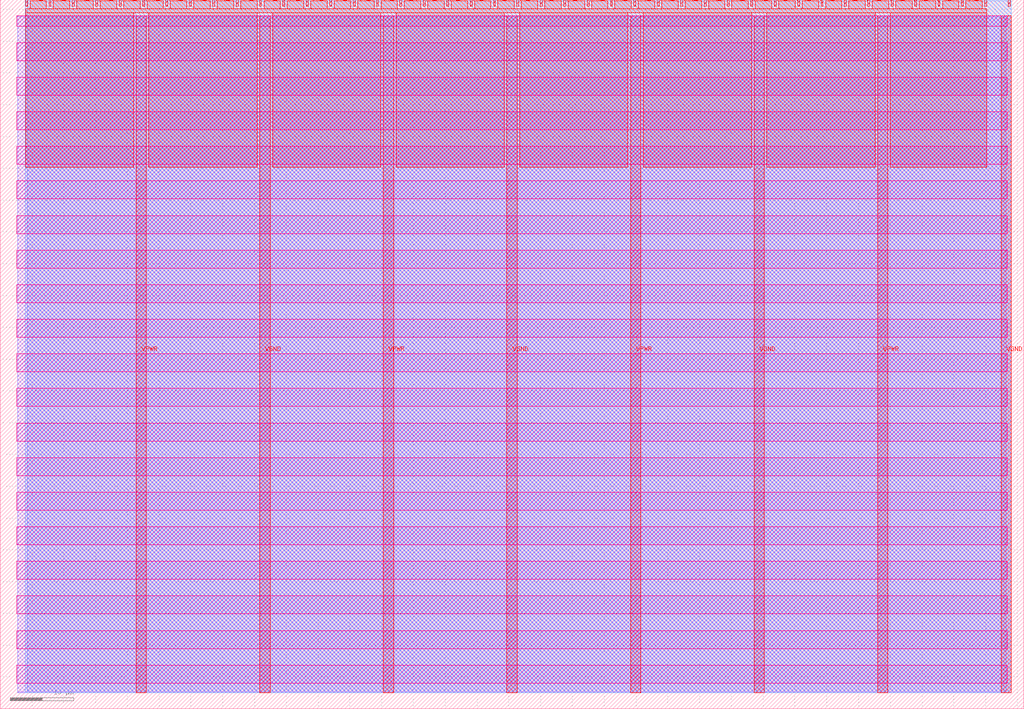
<source format=lef>
VERSION 5.7 ;
  NOWIREEXTENSIONATPIN ON ;
  DIVIDERCHAR "/" ;
  BUSBITCHARS "[]" ;
MACRO tt_um_tommythorn_4b_cpu_v2
  CLASS BLOCK ;
  FOREIGN tt_um_tommythorn_4b_cpu_v2 ;
  ORIGIN 0.000 0.000 ;
  SIZE 161.000 BY 111.520 ;
  PIN VGND
    DIRECTION INOUT ;
    USE GROUND ;
    PORT
      LAYER met4 ;
        RECT 40.830 2.480 42.430 109.040 ;
    END
    PORT
      LAYER met4 ;
        RECT 79.700 2.480 81.300 109.040 ;
    END
    PORT
      LAYER met4 ;
        RECT 118.570 2.480 120.170 109.040 ;
    END
    PORT
      LAYER met4 ;
        RECT 157.440 2.480 159.040 109.040 ;
    END
  END VGND
  PIN VPWR
    DIRECTION INOUT ;
    USE POWER ;
    PORT
      LAYER met4 ;
        RECT 21.395 2.480 22.995 109.040 ;
    END
    PORT
      LAYER met4 ;
        RECT 60.265 2.480 61.865 109.040 ;
    END
    PORT
      LAYER met4 ;
        RECT 99.135 2.480 100.735 109.040 ;
    END
    PORT
      LAYER met4 ;
        RECT 138.005 2.480 139.605 109.040 ;
    END
  END VPWR
  PIN clk
    DIRECTION INPUT ;
    USE SIGNAL ;
    ANTENNAGATEAREA 0.852000 ;
    PORT
      LAYER met4 ;
        RECT 154.870 110.520 155.170 111.520 ;
    END
  END clk
  PIN ena
    DIRECTION INPUT ;
    USE SIGNAL ;
    PORT
      LAYER met4 ;
        RECT 158.550 110.520 158.850 111.520 ;
    END
  END ena
  PIN rst_n
    DIRECTION INPUT ;
    USE SIGNAL ;
    ANTENNAGATEAREA 0.213000 ;
    PORT
      LAYER met4 ;
        RECT 151.190 110.520 151.490 111.520 ;
    END
  END rst_n
  PIN ui_in[0]
    DIRECTION INPUT ;
    USE SIGNAL ;
    PORT
      LAYER met4 ;
        RECT 147.510 110.520 147.810 111.520 ;
    END
  END ui_in[0]
  PIN ui_in[1]
    DIRECTION INPUT ;
    USE SIGNAL ;
    ANTENNAGATEAREA 0.126000 ;
    PORT
      LAYER met4 ;
        RECT 143.830 110.520 144.130 111.520 ;
    END
  END ui_in[1]
  PIN ui_in[2]
    DIRECTION INPUT ;
    USE SIGNAL ;
    ANTENNAGATEAREA 0.126000 ;
    PORT
      LAYER met4 ;
        RECT 140.150 110.520 140.450 111.520 ;
    END
  END ui_in[2]
  PIN ui_in[3]
    DIRECTION INPUT ;
    USE SIGNAL ;
    PORT
      LAYER met4 ;
        RECT 136.470 110.520 136.770 111.520 ;
    END
  END ui_in[3]
  PIN ui_in[4]
    DIRECTION INPUT ;
    USE SIGNAL ;
    ANTENNAGATEAREA 0.159000 ;
    PORT
      LAYER met4 ;
        RECT 132.790 110.520 133.090 111.520 ;
    END
  END ui_in[4]
  PIN ui_in[5]
    DIRECTION INPUT ;
    USE SIGNAL ;
    ANTENNAGATEAREA 0.159000 ;
    PORT
      LAYER met4 ;
        RECT 129.110 110.520 129.410 111.520 ;
    END
  END ui_in[5]
  PIN ui_in[6]
    DIRECTION INPUT ;
    USE SIGNAL ;
    ANTENNAGATEAREA 0.196500 ;
    PORT
      LAYER met4 ;
        RECT 125.430 110.520 125.730 111.520 ;
    END
  END ui_in[6]
  PIN ui_in[7]
    DIRECTION INPUT ;
    USE SIGNAL ;
    ANTENNAGATEAREA 0.196500 ;
    PORT
      LAYER met4 ;
        RECT 121.750 110.520 122.050 111.520 ;
    END
  END ui_in[7]
  PIN uio_in[0]
    DIRECTION INPUT ;
    USE SIGNAL ;
    PORT
      LAYER met4 ;
        RECT 118.070 110.520 118.370 111.520 ;
    END
  END uio_in[0]
  PIN uio_in[1]
    DIRECTION INPUT ;
    USE SIGNAL ;
    PORT
      LAYER met4 ;
        RECT 114.390 110.520 114.690 111.520 ;
    END
  END uio_in[1]
  PIN uio_in[2]
    DIRECTION INPUT ;
    USE SIGNAL ;
    PORT
      LAYER met4 ;
        RECT 110.710 110.520 111.010 111.520 ;
    END
  END uio_in[2]
  PIN uio_in[3]
    DIRECTION INPUT ;
    USE SIGNAL ;
    PORT
      LAYER met4 ;
        RECT 107.030 110.520 107.330 111.520 ;
    END
  END uio_in[3]
  PIN uio_in[4]
    DIRECTION INPUT ;
    USE SIGNAL ;
    PORT
      LAYER met4 ;
        RECT 103.350 110.520 103.650 111.520 ;
    END
  END uio_in[4]
  PIN uio_in[5]
    DIRECTION INPUT ;
    USE SIGNAL ;
    PORT
      LAYER met4 ;
        RECT 99.670 110.520 99.970 111.520 ;
    END
  END uio_in[5]
  PIN uio_in[6]
    DIRECTION INPUT ;
    USE SIGNAL ;
    PORT
      LAYER met4 ;
        RECT 95.990 110.520 96.290 111.520 ;
    END
  END uio_in[6]
  PIN uio_in[7]
    DIRECTION INPUT ;
    USE SIGNAL ;
    PORT
      LAYER met4 ;
        RECT 92.310 110.520 92.610 111.520 ;
    END
  END uio_in[7]
  PIN uio_oe[0]
    DIRECTION OUTPUT TRISTATE ;
    USE SIGNAL ;
    PORT
      LAYER met4 ;
        RECT 29.750 110.520 30.050 111.520 ;
    END
  END uio_oe[0]
  PIN uio_oe[1]
    DIRECTION OUTPUT TRISTATE ;
    USE SIGNAL ;
    PORT
      LAYER met4 ;
        RECT 26.070 110.520 26.370 111.520 ;
    END
  END uio_oe[1]
  PIN uio_oe[2]
    DIRECTION OUTPUT TRISTATE ;
    USE SIGNAL ;
    PORT
      LAYER met4 ;
        RECT 22.390 110.520 22.690 111.520 ;
    END
  END uio_oe[2]
  PIN uio_oe[3]
    DIRECTION OUTPUT TRISTATE ;
    USE SIGNAL ;
    PORT
      LAYER met4 ;
        RECT 18.710 110.520 19.010 111.520 ;
    END
  END uio_oe[3]
  PIN uio_oe[4]
    DIRECTION OUTPUT TRISTATE ;
    USE SIGNAL ;
    PORT
      LAYER met4 ;
        RECT 15.030 110.520 15.330 111.520 ;
    END
  END uio_oe[4]
  PIN uio_oe[5]
    DIRECTION OUTPUT TRISTATE ;
    USE SIGNAL ;
    PORT
      LAYER met4 ;
        RECT 11.350 110.520 11.650 111.520 ;
    END
  END uio_oe[5]
  PIN uio_oe[6]
    DIRECTION OUTPUT TRISTATE ;
    USE SIGNAL ;
    PORT
      LAYER met4 ;
        RECT 7.670 110.520 7.970 111.520 ;
    END
  END uio_oe[6]
  PIN uio_oe[7]
    DIRECTION OUTPUT TRISTATE ;
    USE SIGNAL ;
    PORT
      LAYER met4 ;
        RECT 3.990 110.520 4.290 111.520 ;
    END
  END uio_oe[7]
  PIN uio_out[0]
    DIRECTION OUTPUT TRISTATE ;
    USE SIGNAL ;
    PORT
      LAYER met4 ;
        RECT 59.190 110.520 59.490 111.520 ;
    END
  END uio_out[0]
  PIN uio_out[1]
    DIRECTION OUTPUT TRISTATE ;
    USE SIGNAL ;
    PORT
      LAYER met4 ;
        RECT 55.510 110.520 55.810 111.520 ;
    END
  END uio_out[1]
  PIN uio_out[2]
    DIRECTION OUTPUT TRISTATE ;
    USE SIGNAL ;
    PORT
      LAYER met4 ;
        RECT 51.830 110.520 52.130 111.520 ;
    END
  END uio_out[2]
  PIN uio_out[3]
    DIRECTION OUTPUT TRISTATE ;
    USE SIGNAL ;
    PORT
      LAYER met4 ;
        RECT 48.150 110.520 48.450 111.520 ;
    END
  END uio_out[3]
  PIN uio_out[4]
    DIRECTION OUTPUT TRISTATE ;
    USE SIGNAL ;
    PORT
      LAYER met4 ;
        RECT 44.470 110.520 44.770 111.520 ;
    END
  END uio_out[4]
  PIN uio_out[5]
    DIRECTION OUTPUT TRISTATE ;
    USE SIGNAL ;
    PORT
      LAYER met4 ;
        RECT 40.790 110.520 41.090 111.520 ;
    END
  END uio_out[5]
  PIN uio_out[6]
    DIRECTION OUTPUT TRISTATE ;
    USE SIGNAL ;
    PORT
      LAYER met4 ;
        RECT 37.110 110.520 37.410 111.520 ;
    END
  END uio_out[6]
  PIN uio_out[7]
    DIRECTION OUTPUT TRISTATE ;
    USE SIGNAL ;
    PORT
      LAYER met4 ;
        RECT 33.430 110.520 33.730 111.520 ;
    END
  END uio_out[7]
  PIN uo_out[0]
    DIRECTION OUTPUT TRISTATE ;
    USE SIGNAL ;
    ANTENNAGATEAREA 1.611000 ;
    ANTENNADIFFAREA 0.891000 ;
    PORT
      LAYER met4 ;
        RECT 88.630 110.520 88.930 111.520 ;
    END
  END uo_out[0]
  PIN uo_out[1]
    DIRECTION OUTPUT TRISTATE ;
    USE SIGNAL ;
    ANTENNAGATEAREA 0.906000 ;
    ANTENNADIFFAREA 0.891000 ;
    PORT
      LAYER met4 ;
        RECT 84.950 110.520 85.250 111.520 ;
    END
  END uo_out[1]
  PIN uo_out[2]
    DIRECTION OUTPUT TRISTATE ;
    USE SIGNAL ;
    ANTENNAGATEAREA 0.663000 ;
    ANTENNADIFFAREA 0.891000 ;
    PORT
      LAYER met4 ;
        RECT 81.270 110.520 81.570 111.520 ;
    END
  END uo_out[2]
  PIN uo_out[3]
    DIRECTION OUTPUT TRISTATE ;
    USE SIGNAL ;
    ANTENNAGATEAREA 0.906000 ;
    ANTENNADIFFAREA 0.891000 ;
    PORT
      LAYER met4 ;
        RECT 77.590 110.520 77.890 111.520 ;
    END
  END uo_out[3]
  PIN uo_out[4]
    DIRECTION OUTPUT TRISTATE ;
    USE SIGNAL ;
    ANTENNAGATEAREA 2.652000 ;
    ANTENNADIFFAREA 0.891000 ;
    PORT
      LAYER met4 ;
        RECT 73.910 110.520 74.210 111.520 ;
    END
  END uo_out[4]
  PIN uo_out[5]
    DIRECTION OUTPUT TRISTATE ;
    USE SIGNAL ;
    ANTENNAGATEAREA 2.031000 ;
    ANTENNADIFFAREA 0.891000 ;
    PORT
      LAYER met4 ;
        RECT 70.230 110.520 70.530 111.520 ;
    END
  END uo_out[5]
  PIN uo_out[6]
    DIRECTION OUTPUT TRISTATE ;
    USE SIGNAL ;
    ANTENNAGATEAREA 2.085000 ;
    ANTENNADIFFAREA 0.891000 ;
    PORT
      LAYER met4 ;
        RECT 66.550 110.520 66.850 111.520 ;
    END
  END uo_out[6]
  PIN uo_out[7]
    DIRECTION OUTPUT TRISTATE ;
    USE SIGNAL ;
    PORT
      LAYER met4 ;
        RECT 62.870 110.520 63.170 111.520 ;
    END
  END uo_out[7]
  OBS
      LAYER nwell ;
        RECT 2.570 107.385 158.430 108.990 ;
        RECT 2.570 101.945 158.430 104.775 ;
        RECT 2.570 96.505 158.430 99.335 ;
        RECT 2.570 91.065 158.430 93.895 ;
        RECT 2.570 85.625 158.430 88.455 ;
        RECT 2.570 80.185 158.430 83.015 ;
        RECT 2.570 74.745 158.430 77.575 ;
        RECT 2.570 69.305 158.430 72.135 ;
        RECT 2.570 63.865 158.430 66.695 ;
        RECT 2.570 58.425 158.430 61.255 ;
        RECT 2.570 52.985 158.430 55.815 ;
        RECT 2.570 47.545 158.430 50.375 ;
        RECT 2.570 42.105 158.430 44.935 ;
        RECT 2.570 36.665 158.430 39.495 ;
        RECT 2.570 31.225 158.430 34.055 ;
        RECT 2.570 25.785 158.430 28.615 ;
        RECT 2.570 20.345 158.430 23.175 ;
        RECT 2.570 14.905 158.430 17.735 ;
        RECT 2.570 9.465 158.430 12.295 ;
        RECT 2.570 4.025 158.430 6.855 ;
      LAYER li1 ;
        RECT 2.760 2.635 158.240 108.885 ;
      LAYER met1 ;
        RECT 2.760 2.480 159.040 109.040 ;
      LAYER met2 ;
        RECT 4.230 2.535 159.010 111.365 ;
      LAYER met3 ;
        RECT 3.950 2.555 159.030 111.345 ;
      LAYER met4 ;
        RECT 4.690 110.120 7.270 111.345 ;
        RECT 8.370 110.120 10.950 111.345 ;
        RECT 12.050 110.120 14.630 111.345 ;
        RECT 15.730 110.120 18.310 111.345 ;
        RECT 19.410 110.120 21.990 111.345 ;
        RECT 23.090 110.120 25.670 111.345 ;
        RECT 26.770 110.120 29.350 111.345 ;
        RECT 30.450 110.120 33.030 111.345 ;
        RECT 34.130 110.120 36.710 111.345 ;
        RECT 37.810 110.120 40.390 111.345 ;
        RECT 41.490 110.120 44.070 111.345 ;
        RECT 45.170 110.120 47.750 111.345 ;
        RECT 48.850 110.120 51.430 111.345 ;
        RECT 52.530 110.120 55.110 111.345 ;
        RECT 56.210 110.120 58.790 111.345 ;
        RECT 59.890 110.120 62.470 111.345 ;
        RECT 63.570 110.120 66.150 111.345 ;
        RECT 67.250 110.120 69.830 111.345 ;
        RECT 70.930 110.120 73.510 111.345 ;
        RECT 74.610 110.120 77.190 111.345 ;
        RECT 78.290 110.120 80.870 111.345 ;
        RECT 81.970 110.120 84.550 111.345 ;
        RECT 85.650 110.120 88.230 111.345 ;
        RECT 89.330 110.120 91.910 111.345 ;
        RECT 93.010 110.120 95.590 111.345 ;
        RECT 96.690 110.120 99.270 111.345 ;
        RECT 100.370 110.120 102.950 111.345 ;
        RECT 104.050 110.120 106.630 111.345 ;
        RECT 107.730 110.120 110.310 111.345 ;
        RECT 111.410 110.120 113.990 111.345 ;
        RECT 115.090 110.120 117.670 111.345 ;
        RECT 118.770 110.120 121.350 111.345 ;
        RECT 122.450 110.120 125.030 111.345 ;
        RECT 126.130 110.120 128.710 111.345 ;
        RECT 129.810 110.120 132.390 111.345 ;
        RECT 133.490 110.120 136.070 111.345 ;
        RECT 137.170 110.120 139.750 111.345 ;
        RECT 140.850 110.120 143.430 111.345 ;
        RECT 144.530 110.120 147.110 111.345 ;
        RECT 148.210 110.120 150.790 111.345 ;
        RECT 151.890 110.120 154.470 111.345 ;
        RECT 3.975 109.440 155.185 110.120 ;
        RECT 3.975 85.175 20.995 109.440 ;
        RECT 23.395 85.175 40.430 109.440 ;
        RECT 42.830 85.175 59.865 109.440 ;
        RECT 62.265 85.175 79.300 109.440 ;
        RECT 81.700 85.175 98.735 109.440 ;
        RECT 101.135 85.175 118.170 109.440 ;
        RECT 120.570 85.175 137.605 109.440 ;
        RECT 140.005 85.175 155.185 109.440 ;
  END
END tt_um_tommythorn_4b_cpu_v2
END LIBRARY


</source>
